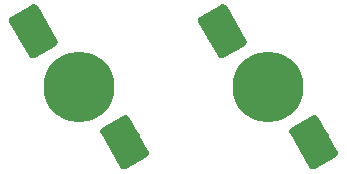
<source format=gtp>
G04 #@! TF.GenerationSoftware,KiCad,Pcbnew,(5.1.4)-1*
G04 #@! TF.CreationDate,2020-09-24T22:40:22-04:00*
G04 #@! TF.ProjectId,Headlight Left,48656164-6c69-4676-9874-204c6566742e,rev?*
G04 #@! TF.SameCoordinates,Original*
G04 #@! TF.FileFunction,Paste,Top*
G04 #@! TF.FilePolarity,Positive*
%FSLAX46Y46*%
G04 Gerber Fmt 4.6, Leading zero omitted, Abs format (unit mm)*
G04 Created by KiCad (PCBNEW (5.1.4)-1) date 2020-09-24 22:40:22*
%MOMM*%
%LPD*%
G04 APERTURE LIST*
%ADD10C,0.100000*%
%ADD11C,2.750000*%
%ADD12C,6.000001*%
G04 APERTURE END LIST*
D10*
G36*
X122721421Y-93010854D02*
G01*
X122754934Y-93014709D01*
X122787908Y-93021831D01*
X122820025Y-93032150D01*
X122850976Y-93045568D01*
X122880462Y-93061955D01*
X122908201Y-93081153D01*
X122933924Y-93102977D01*
X122957384Y-93127218D01*
X122978355Y-93153641D01*
X122996635Y-93181993D01*
X124652885Y-96050703D01*
X124668298Y-96080710D01*
X124680696Y-96112083D01*
X124689959Y-96144521D01*
X124695998Y-96177710D01*
X124698755Y-96211331D01*
X124698203Y-96245060D01*
X124694348Y-96278573D01*
X124687226Y-96311547D01*
X124676907Y-96343664D01*
X124663489Y-96374615D01*
X124647102Y-96404101D01*
X124627904Y-96431840D01*
X124606080Y-96457563D01*
X124581839Y-96481023D01*
X124555416Y-96501994D01*
X124527064Y-96520274D01*
X122740886Y-97551524D01*
X122710879Y-97566937D01*
X122679506Y-97579335D01*
X122647068Y-97588598D01*
X122613879Y-97594637D01*
X122580258Y-97597394D01*
X122546529Y-97596842D01*
X122513016Y-97592987D01*
X122480042Y-97585865D01*
X122447925Y-97575546D01*
X122416974Y-97562128D01*
X122387488Y-97545741D01*
X122359749Y-97526543D01*
X122334026Y-97504719D01*
X122310566Y-97480478D01*
X122289595Y-97454055D01*
X122271315Y-97425703D01*
X120615065Y-94556993D01*
X120599652Y-94526986D01*
X120587254Y-94495613D01*
X120577991Y-94463175D01*
X120571952Y-94429986D01*
X120569195Y-94396365D01*
X120569747Y-94362636D01*
X120573602Y-94329123D01*
X120580724Y-94296149D01*
X120591043Y-94264032D01*
X120604461Y-94233081D01*
X120620848Y-94203595D01*
X120640046Y-94175856D01*
X120661870Y-94150133D01*
X120686111Y-94126673D01*
X120712534Y-94105702D01*
X120740886Y-94087422D01*
X122527064Y-93056172D01*
X122557071Y-93040759D01*
X122588444Y-93028361D01*
X122620882Y-93019098D01*
X122654071Y-93013059D01*
X122687692Y-93010302D01*
X122721421Y-93010854D01*
X122721421Y-93010854D01*
G37*
D11*
X122633975Y-95303848D03*
D10*
G36*
X130453471Y-102403158D02*
G01*
X130486984Y-102407013D01*
X130519958Y-102414135D01*
X130552075Y-102424454D01*
X130583026Y-102437872D01*
X130612512Y-102454259D01*
X130640251Y-102473457D01*
X130665974Y-102495281D01*
X130689434Y-102519522D01*
X130710405Y-102545945D01*
X130728685Y-102574297D01*
X132384935Y-105443007D01*
X132400348Y-105473014D01*
X132412746Y-105504387D01*
X132422009Y-105536825D01*
X132428048Y-105570014D01*
X132430805Y-105603635D01*
X132430253Y-105637364D01*
X132426398Y-105670877D01*
X132419276Y-105703851D01*
X132408957Y-105735968D01*
X132395539Y-105766919D01*
X132379152Y-105796405D01*
X132359954Y-105824144D01*
X132338130Y-105849867D01*
X132313889Y-105873327D01*
X132287466Y-105894298D01*
X132259114Y-105912578D01*
X130472936Y-106943828D01*
X130442929Y-106959241D01*
X130411556Y-106971639D01*
X130379118Y-106980902D01*
X130345929Y-106986941D01*
X130312308Y-106989698D01*
X130278579Y-106989146D01*
X130245066Y-106985291D01*
X130212092Y-106978169D01*
X130179975Y-106967850D01*
X130149024Y-106954432D01*
X130119538Y-106938045D01*
X130091799Y-106918847D01*
X130066076Y-106897023D01*
X130042616Y-106872782D01*
X130021645Y-106846359D01*
X130003365Y-106818007D01*
X128347115Y-103949297D01*
X128331702Y-103919290D01*
X128319304Y-103887917D01*
X128310041Y-103855479D01*
X128304002Y-103822290D01*
X128301245Y-103788669D01*
X128301797Y-103754940D01*
X128305652Y-103721427D01*
X128312774Y-103688453D01*
X128323093Y-103656336D01*
X128336511Y-103625385D01*
X128352898Y-103595899D01*
X128372096Y-103568160D01*
X128393920Y-103542437D01*
X128418161Y-103518977D01*
X128444584Y-103498006D01*
X128472936Y-103479726D01*
X130259114Y-102448476D01*
X130289121Y-102433063D01*
X130320494Y-102420665D01*
X130352932Y-102411402D01*
X130386121Y-102405363D01*
X130419742Y-102402606D01*
X130453471Y-102403158D01*
X130453471Y-102403158D01*
G37*
D11*
X130366025Y-104696152D03*
D12*
X126500000Y-100000000D03*
D10*
G36*
X114453471Y-102403158D02*
G01*
X114486984Y-102407013D01*
X114519958Y-102414135D01*
X114552075Y-102424454D01*
X114583026Y-102437872D01*
X114612512Y-102454259D01*
X114640251Y-102473457D01*
X114665974Y-102495281D01*
X114689434Y-102519522D01*
X114710405Y-102545945D01*
X114728685Y-102574297D01*
X116384935Y-105443007D01*
X116400348Y-105473014D01*
X116412746Y-105504387D01*
X116422009Y-105536825D01*
X116428048Y-105570014D01*
X116430805Y-105603635D01*
X116430253Y-105637364D01*
X116426398Y-105670877D01*
X116419276Y-105703851D01*
X116408957Y-105735968D01*
X116395539Y-105766919D01*
X116379152Y-105796405D01*
X116359954Y-105824144D01*
X116338130Y-105849867D01*
X116313889Y-105873327D01*
X116287466Y-105894298D01*
X116259114Y-105912578D01*
X114472936Y-106943828D01*
X114442929Y-106959241D01*
X114411556Y-106971639D01*
X114379118Y-106980902D01*
X114345929Y-106986941D01*
X114312308Y-106989698D01*
X114278579Y-106989146D01*
X114245066Y-106985291D01*
X114212092Y-106978169D01*
X114179975Y-106967850D01*
X114149024Y-106954432D01*
X114119538Y-106938045D01*
X114091799Y-106918847D01*
X114066076Y-106897023D01*
X114042616Y-106872782D01*
X114021645Y-106846359D01*
X114003365Y-106818007D01*
X112347115Y-103949297D01*
X112331702Y-103919290D01*
X112319304Y-103887917D01*
X112310041Y-103855479D01*
X112304002Y-103822290D01*
X112301245Y-103788669D01*
X112301797Y-103754940D01*
X112305652Y-103721427D01*
X112312774Y-103688453D01*
X112323093Y-103656336D01*
X112336511Y-103625385D01*
X112352898Y-103595899D01*
X112372096Y-103568160D01*
X112393920Y-103542437D01*
X112418161Y-103518977D01*
X112444584Y-103498006D01*
X112472936Y-103479726D01*
X114259114Y-102448476D01*
X114289121Y-102433063D01*
X114320494Y-102420665D01*
X114352932Y-102411402D01*
X114386121Y-102405363D01*
X114419742Y-102402606D01*
X114453471Y-102403158D01*
X114453471Y-102403158D01*
G37*
D11*
X114366025Y-104696152D03*
D10*
G36*
X106721421Y-93010854D02*
G01*
X106754934Y-93014709D01*
X106787908Y-93021831D01*
X106820025Y-93032150D01*
X106850976Y-93045568D01*
X106880462Y-93061955D01*
X106908201Y-93081153D01*
X106933924Y-93102977D01*
X106957384Y-93127218D01*
X106978355Y-93153641D01*
X106996635Y-93181993D01*
X108652885Y-96050703D01*
X108668298Y-96080710D01*
X108680696Y-96112083D01*
X108689959Y-96144521D01*
X108695998Y-96177710D01*
X108698755Y-96211331D01*
X108698203Y-96245060D01*
X108694348Y-96278573D01*
X108687226Y-96311547D01*
X108676907Y-96343664D01*
X108663489Y-96374615D01*
X108647102Y-96404101D01*
X108627904Y-96431840D01*
X108606080Y-96457563D01*
X108581839Y-96481023D01*
X108555416Y-96501994D01*
X108527064Y-96520274D01*
X106740886Y-97551524D01*
X106710879Y-97566937D01*
X106679506Y-97579335D01*
X106647068Y-97588598D01*
X106613879Y-97594637D01*
X106580258Y-97597394D01*
X106546529Y-97596842D01*
X106513016Y-97592987D01*
X106480042Y-97585865D01*
X106447925Y-97575546D01*
X106416974Y-97562128D01*
X106387488Y-97545741D01*
X106359749Y-97526543D01*
X106334026Y-97504719D01*
X106310566Y-97480478D01*
X106289595Y-97454055D01*
X106271315Y-97425703D01*
X104615065Y-94556993D01*
X104599652Y-94526986D01*
X104587254Y-94495613D01*
X104577991Y-94463175D01*
X104571952Y-94429986D01*
X104569195Y-94396365D01*
X104569747Y-94362636D01*
X104573602Y-94329123D01*
X104580724Y-94296149D01*
X104591043Y-94264032D01*
X104604461Y-94233081D01*
X104620848Y-94203595D01*
X104640046Y-94175856D01*
X104661870Y-94150133D01*
X104686111Y-94126673D01*
X104712534Y-94105702D01*
X104740886Y-94087422D01*
X106527064Y-93056172D01*
X106557071Y-93040759D01*
X106588444Y-93028361D01*
X106620882Y-93019098D01*
X106654071Y-93013059D01*
X106687692Y-93010302D01*
X106721421Y-93010854D01*
X106721421Y-93010854D01*
G37*
D11*
X106633975Y-95303848D03*
D12*
X110500000Y-100000000D03*
M02*

</source>
